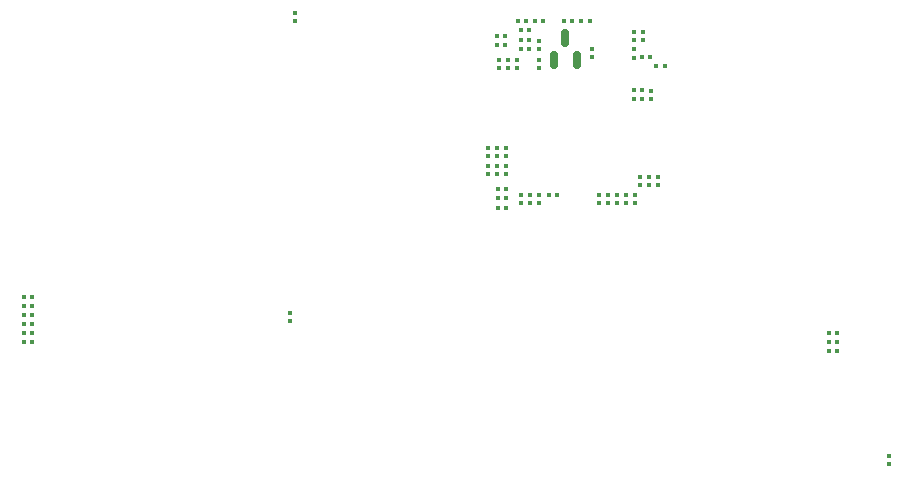
<source format=gbr>
%TF.GenerationSoftware,KiCad,Pcbnew,8.0.1*%
%TF.CreationDate,2024-05-02T11:18:55+05:30*%
%TF.ProjectId,MAX10eval,4d415831-3065-4766-916c-2e6b69636164,rev?*%
%TF.SameCoordinates,Original*%
%TF.FileFunction,Paste,Bot*%
%TF.FilePolarity,Positive*%
%FSLAX46Y46*%
G04 Gerber Fmt 4.6, Leading zero omitted, Abs format (unit mm)*
G04 Created by KiCad (PCBNEW 8.0.1) date 2024-05-02 11:18:55*
%MOMM*%
%LPD*%
G01*
G04 APERTURE LIST*
G04 Aperture macros list*
%AMRoundRect*
0 Rectangle with rounded corners*
0 $1 Rounding radius*
0 $2 $3 $4 $5 $6 $7 $8 $9 X,Y pos of 4 corners*
0 Add a 4 corners polygon primitive as box body*
4,1,4,$2,$3,$4,$5,$6,$7,$8,$9,$2,$3,0*
0 Add four circle primitives for the rounded corners*
1,1,$1+$1,$2,$3*
1,1,$1+$1,$4,$5*
1,1,$1+$1,$6,$7*
1,1,$1+$1,$8,$9*
0 Add four rect primitives between the rounded corners*
20,1,$1+$1,$2,$3,$4,$5,0*
20,1,$1+$1,$4,$5,$6,$7,0*
20,1,$1+$1,$6,$7,$8,$9,0*
20,1,$1+$1,$8,$9,$2,$3,0*%
G04 Aperture macros list end*
%ADD10RoundRect,0.079500X0.079500X0.100500X-0.079500X0.100500X-0.079500X-0.100500X0.079500X-0.100500X0*%
%ADD11RoundRect,0.079500X-0.100500X0.079500X-0.100500X-0.079500X0.100500X-0.079500X0.100500X0.079500X0*%
%ADD12RoundRect,0.079500X-0.079500X-0.100500X0.079500X-0.100500X0.079500X0.100500X-0.079500X0.100500X0*%
%ADD13RoundRect,0.079500X0.100500X-0.079500X0.100500X0.079500X-0.100500X0.079500X-0.100500X-0.079500X0*%
%ADD14RoundRect,0.150000X0.150000X-0.587500X0.150000X0.587500X-0.150000X0.587500X-0.150000X-0.587500X0*%
G04 APERTURE END LIST*
D10*
%TO.C,C7*%
X153014200Y-97713800D03*
X152324200Y-97713800D03*
%TD*%
D11*
%TO.C,R38*%
X154305000Y-97481000D03*
X154305000Y-98171000D03*
%TD*%
%TO.C,R74*%
X155829000Y-86051000D03*
X155829000Y-86741000D03*
%TD*%
D10*
%TO.C,C5*%
X153014200Y-96951800D03*
X152324200Y-96951800D03*
%TD*%
D12*
%TO.C,C46*%
X154292000Y-84353400D03*
X154982000Y-84353400D03*
%TD*%
D13*
%TO.C,C17*%
X152450800Y-86741000D03*
X152450800Y-86051000D03*
%TD*%
%TO.C,R40*%
X165328600Y-89367600D03*
X165328600Y-88677600D03*
%TD*%
D12*
%TO.C,R64*%
X112177000Y-109982000D03*
X112867000Y-109982000D03*
%TD*%
D13*
%TO.C,C33*%
X155829000Y-98171000D03*
X155829000Y-97481000D03*
%TD*%
%TO.C,C61*%
X155829000Y-85177000D03*
X155829000Y-84487000D03*
%TD*%
D11*
%TO.C,R25*%
X160909000Y-97491000D03*
X160909000Y-98181000D03*
%TD*%
D12*
%TO.C,C41*%
X159400000Y-82804000D03*
X160090000Y-82804000D03*
%TD*%
%TO.C,C10*%
X164562000Y-85852000D03*
X165252000Y-85852000D03*
%TD*%
D10*
%TO.C,C40*%
X156153000Y-82804000D03*
X155463000Y-82804000D03*
%TD*%
%TO.C,C6*%
X166440000Y-86614000D03*
X165750000Y-86614000D03*
%TD*%
%TO.C,C44*%
X152933000Y-83997800D03*
X152243000Y-83997800D03*
%TD*%
D12*
%TO.C,C48*%
X153996000Y-82804000D03*
X154686000Y-82804000D03*
%TD*%
D11*
%TO.C,C43*%
X151511000Y-93529000D03*
X151511000Y-94219000D03*
%TD*%
D12*
%TO.C,R73*%
X154292000Y-83566000D03*
X154982000Y-83566000D03*
%TD*%
D11*
%TO.C,C52*%
X134747000Y-107499000D03*
X134747000Y-108189000D03*
%TD*%
D10*
%TO.C,C8*%
X153014200Y-98602800D03*
X152324200Y-98602800D03*
%TD*%
D13*
%TO.C,C34*%
X155067000Y-98171000D03*
X155067000Y-97481000D03*
%TD*%
%TO.C,C49*%
X163957000Y-98181000D03*
X163957000Y-97491000D03*
%TD*%
D10*
%TO.C,C37*%
X164530600Y-89382600D03*
X163840600Y-89382600D03*
%TD*%
D12*
%TO.C,R68*%
X112177000Y-106934000D03*
X112867000Y-106934000D03*
%TD*%
D13*
%TO.C,R26*%
X165862000Y-96672000D03*
X165862000Y-95982000D03*
%TD*%
D11*
%TO.C,R27*%
X153035000Y-95011000D03*
X153035000Y-95701000D03*
%TD*%
D13*
%TO.C,C32*%
X152273000Y-95701000D03*
X152273000Y-95011000D03*
%TD*%
%TO.C,C27*%
X162433000Y-98196000D03*
X162433000Y-97506000D03*
%TD*%
%TO.C,C31*%
X151511000Y-95701000D03*
X151511000Y-95011000D03*
%TD*%
D10*
%TO.C,C16*%
X157317000Y-97466000D03*
X156627000Y-97466000D03*
%TD*%
D13*
%TO.C,C18*%
X153212800Y-86741000D03*
X153212800Y-86051000D03*
%TD*%
D10*
%TO.C,C4*%
X152933000Y-84759800D03*
X152243000Y-84759800D03*
%TD*%
D12*
%TO.C,R66*%
X112177000Y-108458000D03*
X112867000Y-108458000D03*
%TD*%
D13*
%TO.C,R62*%
X185420000Y-120254000D03*
X185420000Y-119564000D03*
%TD*%
D11*
%TO.C,C42*%
X152273000Y-93529000D03*
X152273000Y-94219000D03*
%TD*%
%TO.C,C29*%
X164338000Y-95982000D03*
X164338000Y-96672000D03*
%TD*%
%TO.C,C30*%
X165100000Y-95982000D03*
X165100000Y-96672000D03*
%TD*%
D12*
%TO.C,R55*%
X180350600Y-110744000D03*
X181040600Y-110744000D03*
%TD*%
%TO.C,R56*%
X180355000Y-109982000D03*
X181045000Y-109982000D03*
%TD*%
D11*
%TO.C,C51*%
X135128000Y-82099000D03*
X135128000Y-82789000D03*
%TD*%
D12*
%TO.C,R65*%
X112177000Y-109220000D03*
X112867000Y-109220000D03*
%TD*%
D14*
%TO.C,U5*%
X159004000Y-86106000D03*
X157104000Y-86106000D03*
X158054000Y-84231000D03*
%TD*%
D13*
%TO.C,C38*%
X164592000Y-84398000D03*
X164592000Y-83708000D03*
%TD*%
%TO.C,C39*%
X163830000Y-84398000D03*
X163830000Y-83708000D03*
%TD*%
D10*
%TO.C,C36*%
X164530600Y-88620600D03*
X163840600Y-88620600D03*
%TD*%
D12*
%TO.C,C12*%
X154292000Y-85140800D03*
X154982000Y-85140800D03*
%TD*%
%TO.C,R67*%
X112177000Y-107696000D03*
X112867000Y-107696000D03*
%TD*%
D13*
%TO.C,R47*%
X163830000Y-85866800D03*
X163830000Y-85176800D03*
%TD*%
D12*
%TO.C,R63*%
X157897000Y-82804000D03*
X158587000Y-82804000D03*
%TD*%
D13*
%TO.C,R70*%
X153035000Y-94219000D03*
X153035000Y-93529000D03*
%TD*%
%TO.C,C45*%
X163195000Y-98181000D03*
X163195000Y-97491000D03*
%TD*%
%TO.C,R6*%
X153974800Y-86741000D03*
X153974800Y-86051000D03*
%TD*%
%TO.C,C28*%
X161671000Y-98196000D03*
X161671000Y-97506000D03*
%TD*%
D12*
%TO.C,R54*%
X180355000Y-109220000D03*
X181045000Y-109220000D03*
%TD*%
D13*
%TO.C,C47*%
X160274000Y-85825000D03*
X160274000Y-85135000D03*
%TD*%
D12*
%TO.C,R69*%
X112177000Y-106172000D03*
X112867000Y-106172000D03*
%TD*%
M02*

</source>
